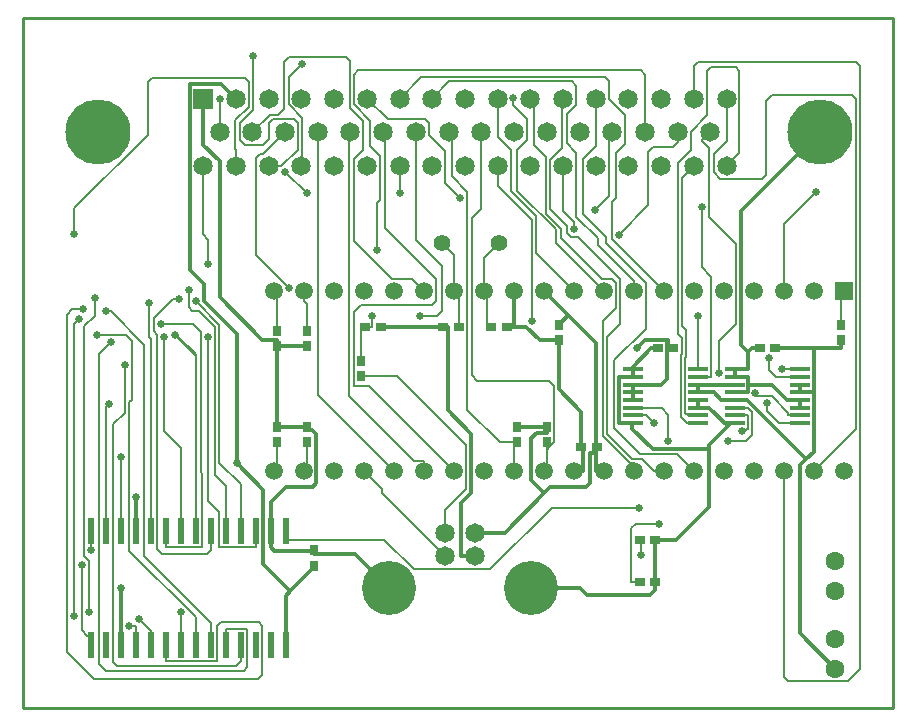
<source format=gbl>
%FSLAX23Y23*%
%MOIN*%
G70*
G01*
G75*
G04 Layer_Physical_Order=2*
%ADD10R,0.012X0.031*%
%ADD11R,0.134X0.071*%
%ADD12C,0.008*%
%ADD13C,0.008*%
%ADD14C,0.012*%
%ADD15C,0.010*%
%ADD16C,0.063*%
%ADD17C,0.055*%
%ADD18C,0.180*%
%ADD19C,0.065*%
%ADD20R,0.059X0.059*%
%ADD21C,0.059*%
%ADD22R,0.065X0.065*%
%ADD23C,0.217*%
%ADD24C,0.025*%
%ADD25R,0.024X0.087*%
%ADD26R,0.035X0.028*%
%ADD27R,0.065X0.012*%
%ADD28R,0.028X0.035*%
D12*
X2030Y1000D02*
X2130D01*
X2371Y1002D02*
X2415D01*
X2150Y890D02*
Y978D01*
X2130Y1000D02*
X2150Y978D01*
X2350Y890D02*
X2410D01*
X1526Y1664D02*
Y1920D01*
X1757Y874D02*
X1769Y886D01*
X1745Y862D02*
X1757Y874D01*
X1745Y862D02*
Y886D01*
Y832D02*
Y862D01*
X1746Y791D02*
Y831D01*
X1735Y791D02*
X1746D01*
X2371Y976D02*
X2413D01*
X2076D02*
X2103Y949D01*
X2031Y976D02*
X2076D01*
X2396Y923D02*
X2414Y931D01*
X1418Y1920D02*
X1428Y1910D01*
X1635Y886D02*
X1645D01*
X1588D02*
X1635D01*
Y791D02*
Y886D01*
X2344Y1808D02*
X2387Y1851D01*
X2213Y950D02*
X2249D01*
X2214Y976D02*
X2249D01*
X2195Y1768D02*
X2235Y1808D01*
X2262Y1469D02*
Y1672D01*
X2249Y1104D02*
X2291D01*
X2249Y1130D02*
X2249D01*
X2249D02*
Y1307D01*
X2520Y950D02*
X2589D01*
X2479Y991D02*
Y1016D01*
X2440Y1040D02*
Y1052D01*
X2551Y976D02*
X2589D01*
X1799Y1656D02*
Y1808D01*
X1834Y1597D02*
Y1622D01*
X2508Y1104D02*
X2589D01*
X2484Y1128D02*
Y1167D01*
X2530Y1130D02*
X2589D01*
X1581Y1740D02*
Y1808D01*
X1695Y1290D02*
Y1626D01*
X2041Y615D02*
X2119D01*
X2027Y420D02*
X2054D01*
X339Y985D02*
Y1145D01*
X725Y158D02*
Y210D01*
X675D02*
Y263D01*
X253Y1182D02*
X291Y1220D01*
X275Y1323D02*
X291D01*
X625Y210D02*
Y284D01*
X575Y210D02*
Y303D01*
X246Y1244D02*
X342D01*
X238Y1308D02*
Y1367D01*
X525Y210D02*
Y320D01*
X218D02*
Y491D01*
X475Y157D02*
Y210D01*
X162Y1329D02*
X198D01*
X385Y296D02*
X425Y256D01*
Y210D02*
Y256D01*
X168Y1281D02*
X184Y1297D01*
X168Y306D02*
Y1281D01*
X353Y273D02*
X371D01*
X375Y210D02*
Y269D01*
X775Y537D02*
Y590D01*
X616Y691D02*
Y1238D01*
X574Y1357D02*
X653Y1278D01*
X725Y590D02*
Y746D01*
X675Y590D02*
Y741D01*
X551Y1337D02*
Y1393D01*
X625Y526D02*
Y590D01*
X500Y1363D02*
X520D01*
X505Y1250D02*
X507Y1247D01*
X575Y1179D01*
X505Y1245D02*
X575Y1175D01*
Y1179D01*
Y590D02*
Y1175D01*
X525Y590D02*
Y868D01*
X470Y923D02*
Y1237D01*
X475Y537D02*
Y590D01*
X459Y1280D02*
X567D01*
X2725Y1277D02*
Y1328D01*
X2725Y1381D02*
X2735Y1391D01*
X1195Y717D02*
X1406Y507D01*
X1135Y791D02*
X1195Y731D01*
X1405Y585D02*
X1406D01*
X1405D02*
Y662D01*
X1125Y1106D02*
X1245D01*
X1125Y1106D02*
Y1106D01*
X2054Y560D02*
X2058D01*
Y511D02*
Y560D01*
X1162Y1272D02*
Y1307D01*
X1139Y1271D02*
X1161D01*
X1125D02*
X1139D01*
X1125Y1157D02*
Y1271D01*
X1435Y1391D02*
X1451Y1376D01*
X1435Y1391D02*
Y1509D01*
X1451Y1271D02*
Y1376D01*
X1394Y1550D02*
X1435Y1509D01*
X1547Y1271D02*
X1559D01*
X1547D02*
Y1379D01*
X1535Y1499D02*
X1586Y1550D01*
X1535Y1391D02*
Y1499D01*
Y1391D02*
X1547Y1379D01*
X2535Y1615D02*
X2641Y1721D01*
X2535Y1391D02*
Y1615D01*
X1145Y2032D02*
X1214Y1963D01*
X1406Y1750D02*
X1456Y1700D01*
X1961Y1565D02*
X2135Y1391D01*
X1254Y2032D02*
X1325Y2103D01*
X2035Y1391D02*
Y1423D01*
X1363Y2032D02*
X1420Y2089D01*
X1632Y2009D02*
Y2035D01*
X1774Y1552D02*
X1935Y1391D01*
X1709Y1517D02*
X1835Y1391D01*
X1581Y1905D02*
Y2032D01*
X2021Y818D02*
X2035D01*
Y791D02*
Y818D01*
X1690Y2032D02*
X1702Y2020D01*
X2103Y791D02*
X2135D01*
X1797Y2030D02*
X1799Y2032D01*
X2179Y847D02*
X2235Y791D01*
X1908Y1874D02*
Y2032D01*
X2535Y105D02*
Y791D01*
X2235Y2032D02*
Y2140D01*
X2635Y791D02*
X2775Y931D01*
X2344Y1890D02*
Y2032D01*
X655Y1921D02*
Y2032D01*
X655Y1920D02*
X655Y1921D01*
X1295Y1431D02*
X1335Y1391D01*
X763Y1920D02*
X821Y1977D01*
X799Y1846D02*
X873Y1920D01*
X775Y1511D02*
X885Y1401D01*
X982Y1045D02*
Y1920D01*
Y1045D02*
X1235Y791D01*
X1335D02*
Y823D01*
X1087Y1916D02*
X1090Y1920D01*
X1199D02*
X1204D01*
Y1602D02*
Y1920D01*
X1152Y1074D02*
X1435Y791D01*
X1322Y1308D02*
X1378D01*
X1309Y1559D02*
Y1920D01*
X1951D02*
X1962D01*
X1951Y1707D02*
Y1920D01*
X1904Y1660D02*
X1951Y1707D01*
X2072Y1920D02*
Y2112D01*
X1178Y1527D02*
Y1685D01*
X1761Y668D02*
X2051D01*
X875Y561D02*
X1203D01*
X875D02*
Y590D01*
X935Y1357D02*
Y1391D01*
X945Y1257D02*
Y1347D01*
X325Y590D02*
Y837D01*
X835Y1391D02*
X845Y1381D01*
Y1257D02*
Y1381D01*
X275Y1004D02*
X286Y1015D01*
X275Y590D02*
Y1004D01*
X845Y825D02*
Y886D01*
X846Y791D02*
Y824D01*
X835Y791D02*
X846D01*
X225Y529D02*
Y590D01*
Y529D02*
X226Y528D01*
X945Y791D02*
Y886D01*
X935Y791D02*
X945D01*
X225Y210D02*
Y242D01*
X195Y259D02*
Y476D01*
X418Y1237D02*
Y1352D01*
X425Y590D02*
Y1230D01*
X2181Y1887D02*
Y1920D01*
X1984Y1578D02*
X2083Y1677D01*
X2263Y1893D02*
X2289Y1920D01*
X2318Y1116D02*
Y1225D01*
X600Y1579D02*
Y1808D01*
X617Y1480D02*
Y1562D01*
X709Y1808D02*
Y1863D01*
X170Y1581D02*
Y1666D01*
X766Y1994D02*
Y2173D01*
X818Y1808D02*
X860D01*
X927Y1832D02*
X929D01*
X927Y1808D02*
Y1832D01*
X884Y2103D02*
X929Y2148D01*
X1254Y1716D02*
Y1808D01*
X873Y1788D02*
X945Y1716D01*
X1745Y832D02*
X1746Y831D01*
X2415Y1002D02*
X2429Y988D01*
Y910D02*
Y988D01*
X2410Y890D02*
X2429Y910D01*
X1769Y886D02*
Y1075D01*
X1752Y1092D02*
X1769Y1075D01*
X1513Y1092D02*
X1752D01*
X1495Y1110D02*
X1513Y1092D01*
X1495Y1110D02*
Y1633D01*
X1526Y1664D01*
X2414Y931D02*
Y975D01*
X2413Y976D02*
X2414Y975D01*
X1479Y995D02*
X1588Y886D01*
X1479Y995D02*
Y1722D01*
X1428Y1773D02*
X1479Y1722D01*
X1428Y1773D02*
Y1910D01*
X2206Y984D02*
X2214Y976D01*
X2206Y984D02*
Y1168D01*
X2208Y1170D01*
Y1261D01*
X2195Y1274D02*
X2208Y1261D01*
X2195Y1274D02*
Y1768D01*
X1799Y1656D02*
X1834Y1622D01*
X2440Y1040D02*
X2441Y1039D01*
X2495D01*
X2550Y984D01*
Y977D02*
Y984D01*
Y977D02*
X2551Y976D01*
X2484Y1128D02*
X2508Y1104D01*
X1581Y1740D02*
X1695Y1626D01*
X2026Y600D02*
X2041Y615D01*
X2026Y421D02*
Y600D01*
Y421D02*
X2027Y420D01*
X708Y141D02*
X725Y158D01*
X312Y141D02*
X708D01*
X300Y154D02*
X312Y141D01*
X300Y154D02*
Y946D01*
X339Y985D01*
X145Y1312D02*
X162Y1329D01*
X145Y186D02*
Y1312D01*
Y186D02*
X234Y97D01*
X781D01*
X797Y112D01*
Y275D01*
X784Y288D02*
X797Y275D01*
X660Y288D02*
X784D01*
X647Y275D02*
X660Y288D01*
X647Y157D02*
Y275D01*
X646Y156D02*
X647Y157D01*
X476Y156D02*
X646D01*
X475Y157D02*
X476Y156D01*
X371Y273D02*
X375Y269D01*
X653Y818D02*
Y1278D01*
Y818D02*
X725Y746D01*
X551Y1337D02*
X563Y1325D01*
X584D01*
X639Y1270D01*
Y777D02*
Y1270D01*
Y777D02*
X675Y741D01*
X613Y514D02*
X625Y526D01*
X463Y514D02*
X613D01*
X447Y530D02*
X463Y514D01*
X447Y530D02*
Y1245D01*
X436Y1256D02*
X447Y1245D01*
X436Y1256D02*
Y1299D01*
X500Y1363D01*
X470Y923D02*
X525Y868D01*
X1161Y1271D02*
X1162Y1272D01*
X1961Y1565D02*
Y1688D01*
X1974Y1701D01*
Y1850D01*
X2005Y1882D01*
Y1976D01*
X1951Y2030D02*
X2005Y1976D01*
X1951Y2030D02*
Y2089D01*
X1938Y2103D02*
X1951Y2089D01*
X1325Y2103D02*
X1938D01*
X1914Y1544D02*
X2035Y1423D01*
X1914Y1544D02*
Y1566D01*
X1842Y1638D02*
X1914Y1566D01*
X1842Y1638D02*
Y1852D01*
X1811Y1883D02*
X1842Y1852D01*
X1811Y1883D02*
Y1979D01*
X1842Y2010D01*
Y2075D01*
X1828Y2089D02*
X1842Y2075D01*
X1420Y2089D02*
X1828D01*
X1632Y2009D02*
X1678Y1963D01*
Y1893D02*
Y1963D01*
X1647Y1862D02*
X1678Y1893D01*
X1647Y1723D02*
Y1862D01*
Y1723D02*
X1774Y1596D01*
Y1552D02*
Y1596D01*
X1932Y907D02*
X2021Y818D01*
X1932Y907D02*
Y1290D01*
X1975Y1333D01*
Y1418D01*
X1962Y1431D02*
X1975Y1418D01*
X1928Y1431D02*
X1962D01*
X1792Y1567D02*
X1928Y1431D01*
X1792Y1567D02*
Y1598D01*
X1742Y1648D02*
X1792Y1598D01*
X1742Y1648D02*
Y1837D01*
X1702Y1877D02*
X1742Y1837D01*
X1702Y1877D02*
Y2020D01*
X2062Y832D02*
X2103Y791D01*
X2028Y832D02*
X2062D01*
X1947Y913D02*
X2028Y832D01*
X1947Y913D02*
Y1237D01*
X1989Y1279D01*
Y1430D01*
X1849Y1570D02*
X1989Y1430D01*
X1825Y1570D02*
X1849D01*
X1811Y1584D02*
X1825Y1570D01*
X1811Y1584D02*
Y1608D01*
X1756Y1663D02*
X1811Y1608D01*
X1756Y1663D02*
Y1826D01*
X1797Y1867D01*
Y2030D01*
X2057Y847D02*
X2179D01*
X1970Y934D02*
X2057Y847D01*
X1970Y934D02*
Y1159D01*
X2075Y1264D01*
Y1418D01*
X1942Y1551D02*
X2075Y1418D01*
X1942Y1551D02*
Y1569D01*
X1865Y1646D02*
X1942Y1569D01*
X1865Y1646D02*
Y1831D01*
X1908Y1874D01*
X2775Y931D02*
Y2030D01*
X2763Y2043D02*
X2775Y2030D01*
X2494Y2043D02*
X2763D01*
X2476Y2025D02*
X2494Y2043D01*
X2476Y1778D02*
Y2025D01*
X2463Y1765D02*
X2476Y1778D01*
X2323Y1765D02*
X2463D01*
X2301Y1788D02*
X2323Y1765D01*
X2301Y1788D02*
Y1847D01*
X2344Y1890D01*
X775Y1511D02*
Y1834D01*
X788Y1846D01*
X799D01*
X1204Y1602D02*
X1375Y1431D01*
Y1356D02*
Y1431D01*
X1363Y1344D02*
X1375Y1356D01*
X1125Y1344D02*
X1363D01*
X1101Y1320D02*
X1125Y1344D01*
X1101Y1075D02*
Y1320D01*
Y1075D02*
X1102Y1074D01*
X1152D01*
X1309Y1559D02*
X1395Y1473D01*
Y1325D02*
Y1473D01*
X1378Y1308D02*
X1395Y1325D01*
X1178Y1685D02*
X1188Y1695D01*
Y1842D01*
X1157Y1873D02*
X1188Y1842D01*
X1157Y1873D02*
Y1958D01*
X1102Y2013D02*
X1157Y1958D01*
X1102Y2013D02*
Y2112D01*
X1115Y2126D01*
X2058D01*
X2072Y2112D01*
X1203Y561D02*
X1301Y463D01*
X1556D01*
X1761Y668D01*
X2164Y1870D02*
X2181Y1887D01*
X2100Y1870D02*
X2164D01*
X2083Y1853D02*
X2100Y1870D01*
X2083Y1677D02*
Y1853D01*
X2318Y1225D02*
X2375Y1282D01*
Y1548D01*
X2287Y1636D02*
X2375Y1548D01*
X2287Y1636D02*
Y1866D01*
X2263Y1890D02*
X2287Y1866D01*
X2263Y1890D02*
Y1893D01*
X170Y1666D02*
X415Y1911D01*
Y2088D01*
X428Y2101D01*
X738D01*
X752Y2088D01*
Y2004D02*
Y2088D01*
X707Y1959D02*
X752Y2004D01*
X707Y1865D02*
Y1959D01*
Y1865D02*
X709Y1863D01*
X860Y1808D02*
X915Y1862D01*
Y1950D01*
X902Y1963D02*
X915Y1950D01*
X831Y1963D02*
X902D01*
X818Y1950D02*
X831Y1963D01*
X818Y1896D02*
Y1950D01*
X800Y1878D02*
X818Y1896D01*
X773Y1878D02*
X800D01*
X772Y1877D02*
X773Y1878D01*
X738Y1877D02*
X772D01*
X721Y1893D02*
X738Y1877D01*
X721Y1893D02*
Y1949D01*
X766Y1994D01*
X929Y1832D02*
Y1967D01*
X884Y2013D02*
X929Y1967D01*
X884Y2013D02*
Y2103D01*
X774Y536D02*
X775Y537D01*
X654Y536D02*
X774D01*
X653Y537D02*
X654Y536D01*
X653Y537D02*
Y654D01*
X616Y691D02*
X653Y654D01*
X203Y506D02*
X218Y491D01*
X203Y506D02*
Y1273D01*
X238Y1308D01*
X253Y148D02*
Y1182D01*
Y148D02*
X276Y125D01*
X734D01*
X747Y138D01*
Y263D01*
X746Y264D02*
X747Y263D01*
X676Y264D02*
X746D01*
X675Y263D02*
X676Y264D01*
X2479Y991D02*
X2520Y950D01*
X1229Y1431D02*
X1295D01*
X1102Y1558D02*
X1229Y1431D01*
X1102Y1558D02*
Y1831D01*
X1133Y1862D01*
Y1957D01*
X1088Y2002D02*
X1133Y1957D01*
X1088Y2002D02*
Y2158D01*
X1075Y2171D02*
X1088Y2158D01*
X887Y2171D02*
X1075D01*
X870Y2154D02*
X887Y2171D01*
X870Y1997D02*
Y2154D01*
X850Y1977D02*
X870Y1997D01*
X821Y1977D02*
X850D01*
X600Y1579D02*
X617Y1562D01*
X1214Y1963D02*
X1338D01*
X1351Y1950D01*
Y1912D02*
Y1950D01*
Y1912D02*
X1406Y1857D01*
Y1750D02*
Y1857D01*
X475Y537D02*
X476Y536D01*
X596D01*
X597Y537D01*
Y782D01*
X593Y786D02*
X597Y782D01*
X593Y786D02*
Y1254D01*
X567Y1280D02*
X593Y1254D01*
X418Y1237D02*
X425Y1230D01*
X213Y242D02*
X225D01*
X195Y259D02*
X213Y242D01*
X845Y825D02*
X846Y824D01*
X935Y1357D02*
X945Y1347D01*
X1334Y824D02*
X1335Y823D01*
X1302Y824D02*
X1334D01*
X1087Y1039D02*
X1302Y824D01*
X1087Y1039D02*
Y1916D01*
X2235Y2140D02*
X2250Y2155D01*
X2775D01*
X2789Y2141D01*
Y131D02*
Y2141D01*
X2748Y90D02*
X2789Y131D01*
X2550Y90D02*
X2748D01*
X2535Y105D02*
X2550Y90D01*
X1581Y1905D02*
X1624Y1862D01*
Y1725D02*
Y1862D01*
Y1725D02*
X1709Y1640D01*
Y1517D02*
Y1640D01*
X1405Y662D02*
X1475Y732D01*
Y876D01*
X1245Y1106D02*
X1475Y876D01*
X1195Y717D02*
Y731D01*
X2725Y1328D02*
X2725Y1328D01*
X2725Y1328D02*
Y1381D01*
X291Y1323D02*
X403Y1211D01*
Y506D02*
Y1211D01*
Y506D02*
X625Y284D01*
X342Y1244D02*
X362Y1224D01*
Y1028D02*
Y1224D01*
X353Y1019D02*
X362Y1028D01*
X353Y525D02*
Y1019D01*
Y525D02*
X575Y303D01*
X2291Y1104D02*
X2293Y1106D01*
Y1438D01*
X2262Y1469D02*
X2293Y1438D01*
X2192Y971D02*
X2213Y950D01*
X2192Y971D02*
Y1178D01*
X2194Y1180D01*
Y1233D01*
X2181Y1246D02*
X2194Y1233D01*
X2181Y1246D02*
Y1816D01*
X2224Y1859D01*
Y1921D01*
X2279Y1976D01*
Y2125D01*
X2292Y2138D01*
X2374D01*
X2387Y2125D01*
Y1851D02*
Y2125D01*
D14*
X2428Y1200D02*
X2454D01*
X2393Y1658D02*
X2655Y1920D01*
X2371Y1130D02*
X2414D01*
X2589Y1027D02*
X2590D01*
X2544D02*
X2589D01*
X2415Y1077D02*
Y1102D01*
Y1054D02*
Y1077D01*
X2590Y1002D02*
Y1027D01*
X2589Y1002D02*
X2590D01*
X2371Y1104D02*
X2414D01*
X2415Y1077D02*
X2494D01*
X2371Y1053D02*
X2414D01*
X2092Y1200D02*
X2114D01*
X1785Y1063D02*
Y1226D01*
X1635Y1271D02*
X1675D01*
X1611D02*
X1635D01*
Y1391D01*
X1721Y1226D02*
X1785D01*
X2371Y1104D02*
Y1130D01*
X2031D02*
Y1138D01*
Y1104D02*
Y1130D01*
X2249Y1002D02*
X2286D01*
X2249D02*
Y1027D01*
X2031Y1130D02*
X2031D01*
X2031Y1104D02*
X2031D01*
X1987D02*
X2031D01*
X2359Y950D02*
X2371D01*
X2286Y1002D02*
X2348Y940D01*
X2359Y950D01*
X2286Y877D02*
X2348Y940D01*
X2286Y863D02*
Y877D01*
Y672D02*
Y863D01*
X2031Y950D02*
X2048D01*
X2013D02*
X2030Y950D01*
Y930D02*
Y950D01*
Y930D02*
X2100Y863D01*
X2286D01*
X2106Y560D02*
X2174D01*
X2105D02*
X2106D01*
X2105Y420D02*
X2106D01*
X2105D02*
Y560D01*
Y394D02*
Y420D01*
X1860Y878D02*
X1863Y875D01*
X1867Y871D01*
Y792D02*
Y871D01*
X1859D02*
X1867D01*
X1835Y791D02*
X1866D01*
X1692Y400D02*
X1856D01*
X1460Y507D02*
X1504D01*
X600Y1877D02*
Y2032D01*
X1399Y1271D02*
X1414D01*
X1191D02*
X1399D01*
X845Y1206D02*
X945D01*
X1414Y993D02*
Y1271D01*
X945Y928D02*
Y937D01*
X845D02*
X945D01*
Y928D02*
X962D01*
X845Y1206D02*
Y1225D01*
Y937D02*
Y1206D01*
Y933D02*
Y937D01*
X970Y513D02*
X1105D01*
X970Y525D02*
Y526D01*
Y513D02*
Y525D01*
X1105Y513D02*
X1218Y400D01*
X837Y525D02*
X970D01*
X825Y590D02*
Y688D01*
Y538D02*
Y590D01*
X325Y210D02*
Y400D01*
X2725Y1201D02*
Y1226D01*
X2634Y1200D02*
X2724D01*
X2506D02*
X2634D01*
X2589Y1078D02*
X2590D01*
X2250D02*
X2371D01*
X2249D02*
X2250D01*
X2590Y1053D02*
X2634D01*
X2589D02*
X2590D01*
Y1078D01*
X2250Y1053D02*
Y1078D01*
Y1053D02*
X2301D01*
X2249D02*
X2250D01*
X2145Y1200D02*
Y1226D01*
Y1098D02*
Y1200D01*
Y1226D02*
X2148D01*
X2072D02*
X2145D01*
X2046Y1200D02*
X2072Y1226D01*
X2146Y1200D02*
X2166D01*
X2031Y1078D02*
X2125D01*
X2031D02*
X2031D01*
Y1053D02*
Y1078D01*
X2031Y1053D02*
X2031D01*
X2634D02*
Y1200D01*
Y855D02*
Y1053D01*
X2413Y1027D02*
X2609Y831D01*
X2371Y1027D02*
X2413D01*
X2327D02*
X2371D01*
X2609Y831D02*
X2634Y855D01*
X2588Y809D02*
X2609Y831D01*
X2588Y251D02*
X2707Y132D01*
X2031Y1027D02*
Y1053D01*
X1910Y871D02*
Y1216D01*
Y850D02*
Y871D01*
Y791D02*
Y850D01*
Y871D02*
X1911D01*
X1889Y850D02*
X1910D01*
Y791D02*
X1935D01*
X1785Y1277D02*
X1817Y1309D01*
X1785Y1277D02*
Y1277D01*
X1735Y1391D02*
X1817Y1309D01*
X1910Y1216D01*
X1745Y937D02*
Y937D01*
Y919D02*
Y937D01*
X1645Y937D02*
X1745D01*
X660Y2081D02*
X709Y2032D01*
X1645Y937D02*
Y937D01*
X1737Y718D02*
X1757Y738D01*
X1604Y585D02*
X1737Y718D01*
X1693Y762D02*
X1737Y718D01*
X1504Y585D02*
X1604D01*
X970Y470D02*
Y474D01*
X890Y390D02*
X970Y470D01*
X875Y375D02*
X890Y390D01*
X711Y817D02*
Y1247D01*
Y817D02*
X800Y728D01*
Y480D02*
X890Y390D01*
X875Y210D02*
Y375D01*
X375Y703D02*
X376Y704D01*
X375Y590D02*
Y703D01*
X825Y688D02*
X875Y738D01*
X965D01*
X977Y750D01*
Y914D01*
X962Y928D02*
X977Y914D01*
X1785Y1063D02*
X1860Y988D01*
Y878D02*
Y988D01*
X2031Y1138D02*
X2092Y1200D01*
X1987Y950D02*
X2013D01*
X1986Y951D02*
X1987Y950D01*
X1986Y951D02*
Y1103D01*
X1987Y1104D01*
X2174Y560D02*
X2286Y672D01*
X2393Y1209D02*
X2415Y1188D01*
X2393Y1209D02*
Y1658D01*
X2494Y1077D02*
X2544Y1027D01*
X2724Y1200D02*
X2725Y1201D01*
X2588Y251D02*
Y809D01*
X2125Y1078D02*
X2145Y1098D01*
X2148Y1226D02*
X2149Y1225D01*
Y1203D02*
Y1225D01*
X2146Y1200D02*
X2149Y1203D01*
X1693Y762D02*
Y900D01*
X1711Y918D01*
X1745D01*
X1745Y919D01*
X1757Y738D02*
X1877D01*
X1889Y750D01*
Y850D01*
X800Y480D02*
Y728D01*
X602Y1356D02*
X711Y1247D01*
X602Y1356D02*
Y1414D01*
X555Y1461D02*
X602Y1414D01*
X555Y1461D02*
Y2080D01*
X556Y2081D01*
X660D01*
X2301Y1053D02*
X2327Y1027D01*
X600Y1877D02*
X654Y1823D01*
Y1369D02*
Y1823D01*
Y1369D02*
X797Y1226D01*
X844D01*
X845Y1225D01*
X2414Y1104D02*
X2415Y1102D01*
X2414Y1053D02*
X2415Y1054D01*
X2415Y1188D02*
X2428Y1200D01*
X2415Y1131D02*
Y1188D01*
X2414Y1130D02*
X2415Y1131D01*
X2088Y376D02*
X2105Y394D01*
X1880Y376D02*
X2088D01*
X1856Y400D02*
X1880Y376D01*
X1866Y791D02*
X1867Y792D01*
X1675Y1271D02*
X1721Y1226D01*
X1459Y508D02*
X1460Y507D01*
X1459Y508D02*
Y683D01*
X1492Y716D01*
Y915D01*
X1414Y993D02*
X1492Y915D01*
X825Y538D02*
X837Y525D01*
D15*
X0Y2300D02*
X2900D01*
Y0D02*
Y2300D01*
X0Y0D02*
X2900D01*
X0D02*
Y2300D01*
D16*
X2707Y132D02*
D03*
Y232D02*
D03*
Y390D02*
D03*
Y490D02*
D03*
D17*
X1394Y1550D02*
D03*
X1586D02*
D03*
D18*
X1218Y400D02*
D03*
X1692D02*
D03*
D19*
X1406Y507D02*
D03*
Y585D02*
D03*
X1504D02*
D03*
X1504Y507D02*
D03*
X709Y2032D02*
D03*
X2344Y1808D02*
D03*
X2235D02*
D03*
X818Y2032D02*
D03*
X927D02*
D03*
X2126Y1808D02*
D03*
X2017D02*
D03*
X1036Y2032D02*
D03*
X1145D02*
D03*
X1908Y1808D02*
D03*
X1799D02*
D03*
X1254Y2032D02*
D03*
X1363D02*
D03*
X1690Y1808D02*
D03*
X1581D02*
D03*
X1472Y2032D02*
D03*
X1581D02*
D03*
X1472Y1808D02*
D03*
X1363D02*
D03*
X1690Y2032D02*
D03*
X1799D02*
D03*
X1254Y1808D02*
D03*
X1145D02*
D03*
X1908Y2032D02*
D03*
X2017D02*
D03*
X1036Y1808D02*
D03*
X927D02*
D03*
X2126Y2032D02*
D03*
X2235D02*
D03*
X818Y1808D02*
D03*
X709D02*
D03*
X2344Y2032D02*
D03*
X655Y1920D02*
D03*
X600Y1808D02*
D03*
X2289Y1920D02*
D03*
X763D02*
D03*
X873D02*
D03*
X2181D02*
D03*
X2072D02*
D03*
X982D02*
D03*
X1090D02*
D03*
X1962D02*
D03*
X1854D02*
D03*
X1199D02*
D03*
X1309D02*
D03*
X1745D02*
D03*
X1635D02*
D03*
X1418D02*
D03*
X1526D02*
D03*
D20*
X2735Y1391D02*
D03*
D21*
X2635D02*
D03*
X2535D02*
D03*
X2435D02*
D03*
X2335D02*
D03*
X2235D02*
D03*
X2135D02*
D03*
X2035D02*
D03*
X1935D02*
D03*
X1835D02*
D03*
X1735D02*
D03*
X1635D02*
D03*
X1535D02*
D03*
X1435D02*
D03*
X1335D02*
D03*
X1235D02*
D03*
X1135D02*
D03*
X1035D02*
D03*
X935D02*
D03*
X835D02*
D03*
X2735Y791D02*
D03*
X2635D02*
D03*
X2535D02*
D03*
X2435D02*
D03*
X2335D02*
D03*
X2235D02*
D03*
X2135D02*
D03*
X2035D02*
D03*
X1935D02*
D03*
X1835D02*
D03*
X1735D02*
D03*
X1635D02*
D03*
X1535D02*
D03*
X1435D02*
D03*
X1335D02*
D03*
X1235D02*
D03*
X1135D02*
D03*
X1035D02*
D03*
X935D02*
D03*
X835D02*
D03*
D22*
X600Y2032D02*
D03*
D23*
X249Y1920D02*
D03*
X2655D02*
D03*
D24*
X195Y476D02*
D03*
X2350Y890D02*
D03*
X2103Y949D02*
D03*
X2396Y923D02*
D03*
X1834Y1597D02*
D03*
X2440Y1052D02*
D03*
X2484Y1167D02*
D03*
X1695Y1290D02*
D03*
X2530Y1130D02*
D03*
X2119Y615D02*
D03*
X339Y1145D02*
D03*
X198Y1329D02*
D03*
X385Y296D02*
D03*
X168Y306D02*
D03*
X184Y1297D02*
D03*
X353Y273D02*
D03*
X574Y1357D02*
D03*
X551Y1393D02*
D03*
X520Y1363D02*
D03*
X505Y1245D02*
D03*
X470Y1237D02*
D03*
X1162Y1307D02*
D03*
X2046Y1200D02*
D03*
X376Y704D02*
D03*
X711Y817D02*
D03*
X1632Y2035D02*
D03*
X655Y2032D02*
D03*
X885Y1401D02*
D03*
X1322Y1308D02*
D03*
X1904Y1660D02*
D03*
X1178Y1527D02*
D03*
X2051Y668D02*
D03*
X325Y837D02*
D03*
X1984Y1578D02*
D03*
X2318Y1116D02*
D03*
X170Y1581D02*
D03*
X766Y2173D02*
D03*
X929Y2148D02*
D03*
X1254Y1716D02*
D03*
X945D02*
D03*
X873Y1788D02*
D03*
X2641Y1721D02*
D03*
X616Y1238D02*
D03*
X525Y320D02*
D03*
X218D02*
D03*
X238Y1367D02*
D03*
X291Y1220D02*
D03*
X2479Y1016D02*
D03*
X617Y1480D02*
D03*
X1456Y1700D02*
D03*
X459Y1280D02*
D03*
X418Y1352D02*
D03*
X226Y528D02*
D03*
X286Y1015D02*
D03*
X2150Y890D02*
D03*
X2249Y1307D02*
D03*
X2058Y511D02*
D03*
X325Y400D02*
D03*
X275Y1323D02*
D03*
X246Y1244D02*
D03*
X2262Y1672D02*
D03*
D25*
X225Y590D02*
D03*
X275D02*
D03*
X325D02*
D03*
X375D02*
D03*
X425D02*
D03*
X475D02*
D03*
X525D02*
D03*
X575D02*
D03*
X625D02*
D03*
X675D02*
D03*
X725D02*
D03*
X775D02*
D03*
X825D02*
D03*
X875D02*
D03*
X225Y210D02*
D03*
X275D02*
D03*
X325D02*
D03*
X375D02*
D03*
X425D02*
D03*
X475D02*
D03*
X525D02*
D03*
X575D02*
D03*
X625D02*
D03*
X675D02*
D03*
X725D02*
D03*
X775D02*
D03*
X825D02*
D03*
X875D02*
D03*
D26*
X2106Y420D02*
D03*
X2054D02*
D03*
Y560D02*
D03*
X2106D02*
D03*
X2454Y1200D02*
D03*
X2506D02*
D03*
X2114D02*
D03*
X2166D02*
D03*
X1911Y871D02*
D03*
X1859D02*
D03*
X1559Y1271D02*
D03*
X1611D02*
D03*
X1139D02*
D03*
X1191D02*
D03*
X1399D02*
D03*
X1451D02*
D03*
D27*
X2371Y950D02*
D03*
Y976D02*
D03*
Y1002D02*
D03*
Y1027D02*
D03*
Y1053D02*
D03*
Y1078D02*
D03*
Y1104D02*
D03*
Y1130D02*
D03*
X2589Y950D02*
D03*
Y976D02*
D03*
Y1002D02*
D03*
Y1027D02*
D03*
Y1053D02*
D03*
Y1078D02*
D03*
Y1104D02*
D03*
Y1130D02*
D03*
X2031Y950D02*
D03*
Y976D02*
D03*
Y1002D02*
D03*
Y1027D02*
D03*
Y1053D02*
D03*
Y1078D02*
D03*
Y1104D02*
D03*
Y1130D02*
D03*
X2249Y950D02*
D03*
Y976D02*
D03*
Y1002D02*
D03*
Y1027D02*
D03*
Y1053D02*
D03*
Y1078D02*
D03*
Y1104D02*
D03*
Y1130D02*
D03*
D28*
X970Y474D02*
D03*
Y526D02*
D03*
X1745Y886D02*
D03*
Y937D02*
D03*
X1645Y886D02*
D03*
Y937D02*
D03*
X945D02*
D03*
Y886D02*
D03*
X1785Y1277D02*
D03*
Y1226D02*
D03*
X2725D02*
D03*
Y1277D02*
D03*
X945Y1257D02*
D03*
Y1206D02*
D03*
X845Y1257D02*
D03*
Y1206D02*
D03*
Y886D02*
D03*
Y937D02*
D03*
X1125Y1157D02*
D03*
Y1106D02*
D03*
M02*

</source>
